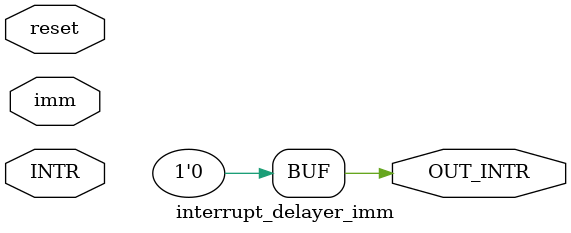
<source format=v>
module interrupt_delayer_imm(reset,INTR,imm,OUT_INTR);
input INTR,imm,reset;
output reg OUT_INTR;

reg active_imm;
reg activate_INTR;

always@(reset)begin
	//active_imm=1'b0;
	//activate_INTR=1'b0;
	OUT_INTR=1'b0;
end


//always@(imm)begin
//if(imm)
	//active_imm=1'b1;
//else
	//active_imm=1'b0;


//end


//assign OUT_INTR=(active_imm==1'b0&&activate_INTR==1'b1)?1'b1:1'b0;


assign  activate_INTR=(INTR==1'b1)?1'b1
    :activate_INTR;
assign  active_imm=(imm==1'b1)?1'b1:1'b0;

//always@(INTR)begin
//if(INTR)
//	activate_INTR=1'b1;
//else
	//activate_INTR=activate_INTR;
//end
always@(active_imm,activate_INTR)begin
	if(active_imm==1'b0&&activate_INTR==1'b1)begin
		OUT_INTR=1'b1;
		activate_INTR=1'b0;
	//	active_imm=1'b0; //nonsense statement but ok ^^
	end
	else
		OUT_INTR=1'b0;
end



endmodule


</source>
